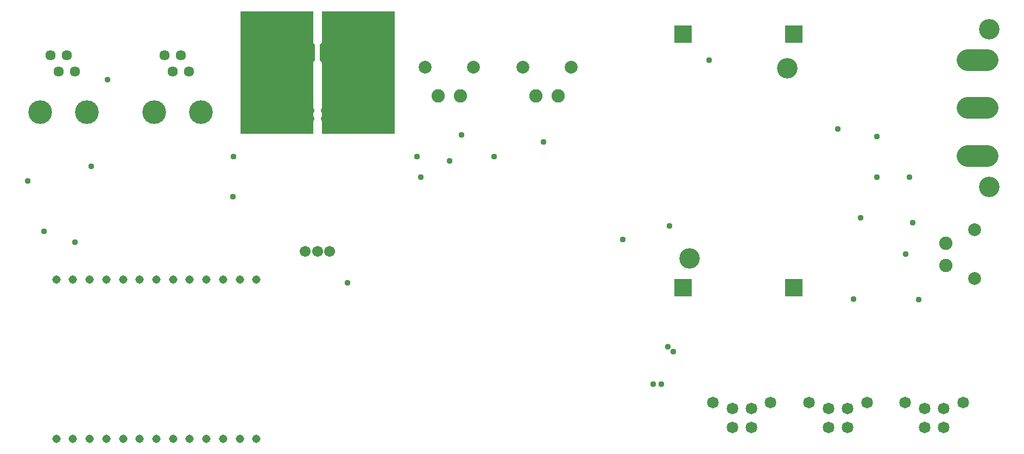
<source format=gbr>
G04 EAGLE Gerber RS-274X export*
G75*
%MOMM*%
%FSLAX34Y34*%
%LPD*%
%INSoldermask Bottom*%
%IPPOS*%
%AMOC8*
5,1,8,0,0,1.08239X$1,22.5*%
G01*
%ADD10R,11.430000X19.228000*%
%ADD11C,1.311200*%
%ADD12C,2.078200*%
%ADD13C,2.003200*%
%ADD14R,2.703200X2.703200*%
%ADD15C,3.203200*%
%ADD16C,1.211200*%
%ADD17C,4.203200*%
%ADD18C,1.703200*%
%ADD19P,6.731600X8X202.500000*%
%ADD20C,3.403200*%
%ADD21C,3.703200*%
%ADD22C,1.611200*%
%ADD23C,1.823200*%
%ADD24C,0.959600*%


D10*
X422910Y639700D03*
X549910Y639700D03*
D11*
X391300Y66850D03*
X365300Y66850D03*
X339300Y66850D03*
X313300Y66850D03*
X287300Y66850D03*
X261300Y66850D03*
X235300Y66850D03*
X209300Y66850D03*
X183300Y66850D03*
X157300Y66850D03*
X131300Y66850D03*
X105300Y66850D03*
X79300Y66850D03*
X391300Y315850D03*
X339300Y315850D03*
X313300Y315850D03*
X287300Y315850D03*
X261300Y315850D03*
X235300Y315850D03*
X209300Y315850D03*
X183300Y315850D03*
X157300Y315850D03*
X131300Y315850D03*
X105300Y315850D03*
X79300Y315850D03*
X365300Y315850D03*
D12*
X1466450Y338100D03*
X1466450Y373100D03*
D13*
X1511450Y393600D03*
X1511450Y317600D03*
D14*
X1229360Y699770D03*
X1056640Y699770D03*
X1056640Y303530D03*
X1229360Y303530D03*
D15*
X1219200Y646430D03*
X1066800Y349250D03*
D16*
X397510Y580390D03*
X575310Y580390D03*
D17*
X556410Y574040D02*
X516410Y574040D01*
X456410Y574040D02*
X416410Y574040D01*
D18*
X467310Y360040D03*
X486410Y360040D03*
X505510Y360040D03*
D16*
X575310Y567690D03*
X397510Y567690D03*
X568160Y557790D03*
X556410Y554040D03*
X543160Y554040D03*
X529910Y554040D03*
X516410Y554040D03*
X504660Y557790D03*
X497410Y567790D03*
X497410Y580290D03*
X504660Y590290D03*
X516410Y594040D03*
X529910Y594040D03*
X543160Y594040D03*
X556410Y594040D03*
X568160Y590290D03*
X404660Y557790D03*
X416410Y554040D03*
X429660Y554040D03*
X443160Y554040D03*
X456410Y554040D03*
X468160Y557790D03*
X475410Y567790D03*
X475410Y580290D03*
X468160Y590290D03*
X456410Y594040D03*
X443160Y594040D03*
X429660Y594040D03*
X416410Y594040D03*
X404660Y590290D03*
D19*
X521420Y670560D03*
X451420Y670560D03*
D12*
X862050Y602850D03*
X827050Y602850D03*
D13*
X806550Y647850D03*
X882550Y647850D03*
D12*
X709650Y602850D03*
X674650Y602850D03*
D13*
X654150Y647850D03*
X730150Y647850D03*
D20*
X1499950Y659280D02*
X1531950Y659280D01*
X1531950Y584200D02*
X1499950Y584200D01*
X1499950Y509120D02*
X1531950Y509120D01*
D15*
X1534000Y707180D03*
X1534000Y461220D03*
D21*
X53900Y577850D03*
X126900Y577850D03*
D22*
X69850Y666800D03*
X82550Y641350D03*
X95250Y666800D03*
X107950Y641350D03*
D23*
X1163250Y84700D03*
X1133250Y84700D03*
X1163250Y114700D03*
X1133250Y114700D03*
X1103250Y124100D03*
X1193250Y124100D03*
X1313250Y84700D03*
X1283250Y84700D03*
X1313250Y114700D03*
X1283250Y114700D03*
X1253250Y124100D03*
X1343250Y124100D03*
X1463250Y84700D03*
X1433250Y84700D03*
X1463250Y114700D03*
X1433250Y114700D03*
X1403250Y124100D03*
X1493250Y124100D03*
D21*
X231700Y577850D03*
X304700Y577850D03*
D22*
X247650Y666800D03*
X260350Y641350D03*
X273050Y666800D03*
X285750Y641350D03*
D24*
X34290Y469900D03*
X60198Y391160D03*
X133350Y492760D03*
X354330Y445770D03*
X533400Y311150D03*
X762000Y508000D03*
X692150Y501650D03*
X711200Y542290D03*
X1322070Y285750D03*
X1423670Y284480D03*
X1403350Y355600D03*
X1297940Y551180D03*
X1414780Y405130D03*
X1409700Y476250D03*
X1358900Y539750D03*
X158750Y628650D03*
X962660Y378460D03*
X1035050Y400050D03*
X355600Y508000D03*
X1097280Y659130D03*
X838708Y531114D03*
X107950Y374650D03*
X1333500Y412750D03*
X1358900Y476250D03*
X641350Y508000D03*
X647700Y476250D03*
X1022350Y152400D03*
X1009650Y152400D03*
X1041400Y203200D03*
X1032510Y210820D03*
X514350Y711200D03*
X508000Y628650D03*
X533400Y615950D03*
X558800Y628650D03*
X577850Y609600D03*
X596900Y590550D03*
X596900Y628650D03*
X577850Y647700D03*
X558800Y666750D03*
X596900Y666750D03*
X577850Y685800D03*
X558800Y704850D03*
X539750Y723900D03*
X577850Y723900D03*
X596900Y704850D03*
X596900Y552450D03*
X374650Y552450D03*
X374650Y590550D03*
X393700Y609600D03*
X374650Y628650D03*
X412750Y628650D03*
X393700Y647700D03*
X374650Y666750D03*
X412750Y666750D03*
X393700Y685800D03*
X444500Y615950D03*
X463550Y628650D03*
X412750Y704850D03*
X393700Y723900D03*
X374650Y704850D03*
X438150Y723900D03*
X463550Y711200D03*
M02*

</source>
